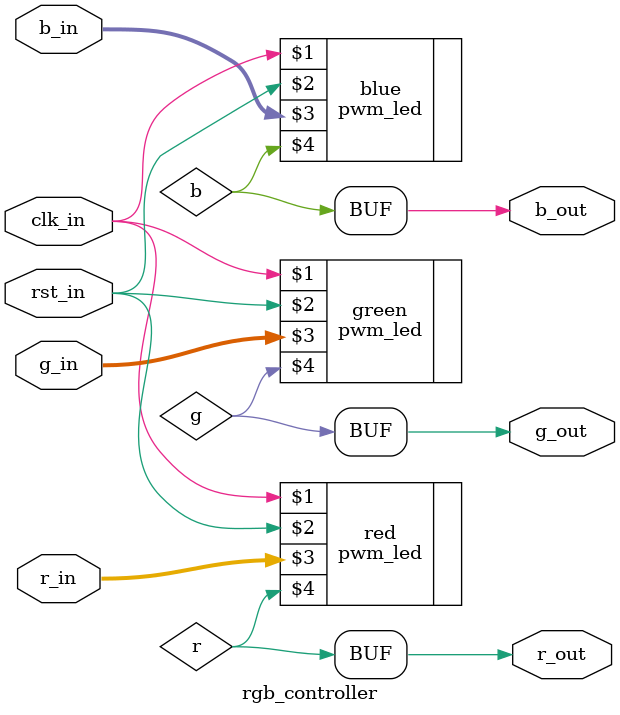
<source format=v>

`timescale 1ns/1ps

module rgb_controller(clk_in, rst_in, r_in, g_in, b_in, r_out, g_out, b_out);

input clk_in, rst_in;  //clock and reset
input [7:0] r_in, g_in, b_in;   //color input from switches, 8-bit duty cycle
output r_out, g_out, b_out;   //led outputs
wire r, g, b;   //pwm to led

//module pwm_led(SysClk, Reset, DutyCycle, PWM);
pwm_led red(clk_in, rst_in, r_in, r);
pwm_led green(clk_in, rst_in, g_in, g);
pwm_led blue(clk_in, rst_in, b_in, b);  //calling pwm for each color

assign r_out = r;
assign g_out = g;
assign b_out = b;  //assigning outputs

endmodule
</source>
